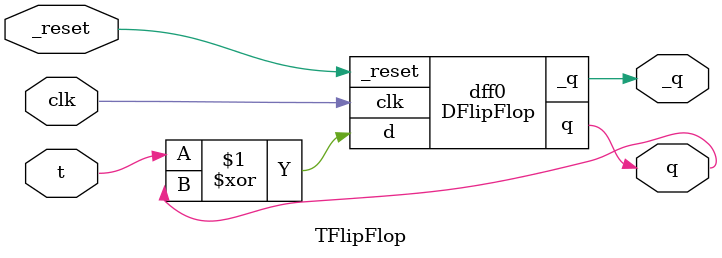
<source format=v>
module MyDLatch(
    input d, enable, _reset,
    output q, _q);
    
    wire and0, and1;
    
    assign and0 = ~d & enable;
    assign and1 =  d & enable;
    
    assign  q = ~(and0 | _q | ~_reset);
    assign _q = ~(and1 |  q);
endmodule

module DFlipFlop(
    input d, clk, _reset,
    output q, _q);
    
    wire masterQ;
    
    MyDLatch master(d, ~clk, _reset, masterQ);
    MyDLatch slave(masterQ, clk, _reset, q, _q);
endmodule

module TFlipFlop(
    input t,
    input _reset,
    input clk,
    output q, _q);
    
    DFlipFlop dff0(t ^ q, clk, _reset, q, _q);
 endmodule
 
</source>
